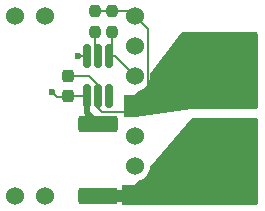
<source format=gbr>
%TF.GenerationSoftware,KiCad,Pcbnew,8.0.9-8.0.9-0~ubuntu22.04.1*%
%TF.CreationDate,2025-08-20T20:13:53+09:00*%
%TF.ProjectId,PD-Trigger,50442d54-7269-4676-9765-722e6b696361,rev?*%
%TF.SameCoordinates,Original*%
%TF.FileFunction,Copper,L1,Top*%
%TF.FilePolarity,Positive*%
%FSLAX46Y46*%
G04 Gerber Fmt 4.6, Leading zero omitted, Abs format (unit mm)*
G04 Created by KiCad (PCBNEW 8.0.9-8.0.9-0~ubuntu22.04.1) date 2025-08-20 20:13:53*
%MOMM*%
%LPD*%
G01*
G04 APERTURE LIST*
G04 Aperture macros list*
%AMRoundRect*
0 Rectangle with rounded corners*
0 $1 Rounding radius*
0 $2 $3 $4 $5 $6 $7 $8 $9 X,Y pos of 4 corners*
0 Add a 4 corners polygon primitive as box body*
4,1,4,$2,$3,$4,$5,$6,$7,$8,$9,$2,$3,0*
0 Add four circle primitives for the rounded corners*
1,1,$1+$1,$2,$3*
1,1,$1+$1,$4,$5*
1,1,$1+$1,$6,$7*
1,1,$1+$1,$8,$9*
0 Add four rect primitives between the rounded corners*
20,1,$1+$1,$2,$3,$4,$5,0*
20,1,$1+$1,$4,$5,$6,$7,0*
20,1,$1+$1,$6,$7,$8,$9,0*
20,1,$1+$1,$8,$9,$2,$3,0*%
G04 Aperture macros list end*
%TA.AperFunction,ComponentPad*%
%ADD10C,1.524000*%
%TD*%
%TA.AperFunction,ComponentPad*%
%ADD11RoundRect,1.500000X-1.500000X1.500000X-1.500000X-1.500000X1.500000X-1.500000X1.500000X1.500000X0*%
%TD*%
%TA.AperFunction,ComponentPad*%
%ADD12C,6.000000*%
%TD*%
%TA.AperFunction,SMDPad,CuDef*%
%ADD13RoundRect,0.237500X0.237500X-0.250000X0.237500X0.250000X-0.237500X0.250000X-0.237500X-0.250000X0*%
%TD*%
%TA.AperFunction,SMDPad,CuDef*%
%ADD14RoundRect,0.237500X0.237500X-0.300000X0.237500X0.300000X-0.237500X0.300000X-0.237500X-0.300000X0*%
%TD*%
%TA.AperFunction,SMDPad,CuDef*%
%ADD15RoundRect,0.162500X0.162500X-0.837500X0.162500X0.837500X-0.162500X0.837500X-0.162500X-0.837500X0*%
%TD*%
%TA.AperFunction,SMDPad,CuDef*%
%ADD16RoundRect,0.249999X1.425001X-0.450001X1.425001X0.450001X-1.425001X0.450001X-1.425001X-0.450001X0*%
%TD*%
%TA.AperFunction,ViaPad*%
%ADD17C,0.600000*%
%TD*%
%TA.AperFunction,Conductor*%
%ADD18C,0.200000*%
%TD*%
%TA.AperFunction,Conductor*%
%ADD19C,0.500000*%
%TD*%
%TA.AperFunction,Conductor*%
%ADD20C,1.000000*%
%TD*%
G04 APERTURE END LIST*
D10*
%TO.P,J1,1,VBUS*%
%TO.N,VBUS*%
X53951200Y-52681200D03*
%TO.P,J1,2,D-*%
%TO.N,unconnected-(J1-D--Pad2)*%
X53951200Y-50141200D03*
%TO.P,J1,3,D+*%
%TO.N,unconnected-(J1-D+-Pad3)*%
X53951200Y-47601200D03*
%TO.P,J1,4,GND*%
%TO.N,GND*%
X53951200Y-45061200D03*
%TO.P,J1,5,CC1*%
%TO.N,Net-(J1-CC1)*%
X53951200Y-42521200D03*
%TO.P,J1,6,CC2*%
%TO.N,Net-(J1-CC2)*%
X53951200Y-39981200D03*
%TO.P,J1,7,GND*%
%TO.N,GND*%
X53951200Y-37441200D03*
%TO.P,J1,8*%
%TO.N,N/C*%
X46331200Y-52681200D03*
%TO.P,J1,9*%
X43791200Y-52681200D03*
%TO.P,J1,10*%
X46331200Y-37441200D03*
%TO.P,J1,11*%
X43791200Y-37441200D03*
%TD*%
D11*
%TO.P,J2,1,Pin_1*%
%TO.N,GND*%
X60198000Y-42076000D03*
D12*
%TO.P,J2,2,Pin_2*%
%TO.N,VBUS*%
X60198000Y-49276000D03*
%TD*%
D13*
%TO.P,R3,1*%
%TO.N,Net-(J1-CC2)*%
X50546000Y-38811200D03*
%TO.P,R3,2*%
%TO.N,GND*%
X50546000Y-36986200D03*
%TD*%
D14*
%TO.P,C1,1*%
%TO.N,Net-(U1-VDD)*%
X48260000Y-44245700D03*
%TO.P,C1,2*%
%TO.N,GND*%
X48260000Y-42520700D03*
%TD*%
D15*
%TO.P,U1,1,VDD*%
%TO.N,Net-(U1-VDD)*%
X49834800Y-44246800D03*
%TO.P,U1,2,GND*%
%TO.N,GND*%
X50784800Y-44246800D03*
%TO.P,U1,3,PG*%
%TO.N,unconnected-(U1-PG-Pad3)*%
X51734800Y-44246800D03*
%TO.P,U1,4,CC1*%
%TO.N,Net-(J1-CC1)*%
X51734800Y-40826800D03*
%TO.P,U1,5,CC2*%
%TO.N,Net-(J1-CC2)*%
X50784800Y-40826800D03*
%TO.P,U1,6,CFG*%
%TO.N,Net-(U1-CFG)*%
X49834800Y-40826800D03*
%TD*%
D16*
%TO.P,R1,1*%
%TO.N,VBUS*%
X50800000Y-52679600D03*
%TO.P,R1,2*%
%TO.N,Net-(U1-VDD)*%
X50800000Y-46579600D03*
%TD*%
D13*
%TO.P,R2,1*%
%TO.N,Net-(J1-CC1)*%
X52019200Y-38811200D03*
%TO.P,R2,2*%
%TO.N,GND*%
X52019200Y-36986200D03*
%TD*%
D17*
%TO.N,Net-(J1-CC2)*%
X50784800Y-40826800D03*
%TO.N,Net-(U1-VDD)*%
X46888400Y-43840400D03*
%TO.N,Net-(U1-CFG)*%
X49072800Y-40792400D03*
%TD*%
D18*
%TO.N,Net-(J1-CC1)*%
X53951200Y-42521200D02*
X52256800Y-40826800D01*
X52256800Y-40826800D02*
X51734800Y-40826800D01*
%TO.N,GND*%
X53951200Y-37441200D02*
X55013200Y-38503200D01*
X55013200Y-38503200D02*
X55013200Y-43999200D01*
X55013200Y-43999200D02*
X53951200Y-45061200D01*
%TO.N,Net-(U1-CFG)*%
X49072800Y-40792400D02*
X49800400Y-40792400D01*
X49800400Y-40792400D02*
X49834800Y-40826800D01*
%TO.N,Net-(U1-VDD)*%
X48208100Y-44297600D02*
X48260000Y-44245700D01*
D19*
X49834800Y-45614400D02*
X49834800Y-44246800D01*
D18*
X48260000Y-44245700D02*
X49833700Y-44245700D01*
D19*
X50800000Y-46579600D02*
X49834800Y-45614400D01*
D18*
X46888400Y-43840400D02*
X47345600Y-44297600D01*
X47345600Y-44297600D02*
X48208100Y-44297600D01*
X49833700Y-44245700D02*
X49834800Y-44246800D01*
%TO.N,GND*%
X53432800Y-45579600D02*
X53951200Y-45061200D01*
X53496200Y-36986200D02*
X53951200Y-37441200D01*
X50784800Y-44246800D02*
X50784800Y-45246799D01*
X50784800Y-44246800D02*
X50784800Y-43246801D01*
X50784800Y-43246801D02*
X50058699Y-42520700D01*
X51117601Y-45579600D02*
X53432800Y-45579600D01*
X50546000Y-36986200D02*
X52019200Y-36986200D01*
X50058699Y-42520700D02*
X48260000Y-42520700D01*
X50784800Y-45246799D02*
X51117601Y-45579600D01*
X52019200Y-36986200D02*
X53496200Y-36986200D01*
D20*
%TO.N,VBUS*%
X50800000Y-52679600D02*
X53949600Y-52679600D01*
X53949600Y-52679600D02*
X53951200Y-52681200D01*
D18*
%TO.N,Net-(J1-CC2)*%
X50546000Y-38811200D02*
X50546000Y-40588000D01*
X50546000Y-40588000D02*
X50784800Y-40826800D01*
%TO.N,Net-(J1-CC1)*%
X52019200Y-40542400D02*
X51734800Y-40826800D01*
X52019200Y-38811200D02*
X52019200Y-40542400D01*
%TD*%
%TA.AperFunction,Conductor*%
%TO.N,GND*%
G36*
X64240539Y-38830885D02*
G01*
X64286294Y-38883689D01*
X64297500Y-38935200D01*
X64297500Y-45189600D01*
X64277815Y-45256639D01*
X64225011Y-45302394D01*
X64173500Y-45313600D01*
X58673994Y-45313600D01*
X53958780Y-46023418D01*
X53940321Y-46024800D01*
X53108400Y-46024800D01*
X53041361Y-46005115D01*
X52995606Y-45952311D01*
X52984400Y-45900800D01*
X52984400Y-44218400D01*
X53004085Y-44151361D01*
X53056889Y-44105606D01*
X53108400Y-44094400D01*
X53949599Y-44094400D01*
X53949600Y-44094400D01*
X54169283Y-43797684D01*
X54224990Y-43755522D01*
X54236828Y-43751702D01*
X54384650Y-43712094D01*
X54584862Y-43618734D01*
X54765820Y-43492026D01*
X54922026Y-43335820D01*
X55048734Y-43154862D01*
X55142094Y-42954650D01*
X55199270Y-42741268D01*
X55218523Y-42521200D01*
X55211612Y-42442211D01*
X55225378Y-42373715D01*
X55235472Y-42357637D01*
X57320369Y-39541672D01*
X57824022Y-38861415D01*
X57879734Y-38819249D01*
X57923680Y-38811200D01*
X64173500Y-38811200D01*
X64240539Y-38830885D01*
G37*
%TD.AperFunction*%
%TD*%
%TA.AperFunction,Conductor*%
%TO.N,VBUS*%
G36*
X64240539Y-46095285D02*
G01*
X64286294Y-46148089D01*
X64297500Y-46199600D01*
X64297500Y-53301500D01*
X64277815Y-53368539D01*
X64225011Y-53414294D01*
X64173500Y-53425500D01*
X52956000Y-53425500D01*
X52888961Y-53405815D01*
X52843206Y-53353011D01*
X52832000Y-53301500D01*
X52832000Y-51838400D01*
X52851685Y-51771361D01*
X52904489Y-51725606D01*
X52956000Y-51714400D01*
X53949600Y-51714400D01*
X54219718Y-51398788D01*
X54278260Y-51360658D01*
X54281782Y-51359657D01*
X54354151Y-51340266D01*
X54384640Y-51332097D01*
X54384641Y-51332096D01*
X54384650Y-51332094D01*
X54584862Y-51238734D01*
X54765820Y-51112026D01*
X54922026Y-50955820D01*
X55048734Y-50774862D01*
X55142094Y-50574650D01*
X55199270Y-50361268D01*
X55206232Y-50281684D01*
X55231682Y-50216618D01*
X55235504Y-50211921D01*
X58738480Y-46118972D01*
X58797026Y-46080839D01*
X58832688Y-46075600D01*
X64173500Y-46075600D01*
X64240539Y-46095285D01*
G37*
%TD.AperFunction*%
%TD*%
M02*

</source>
